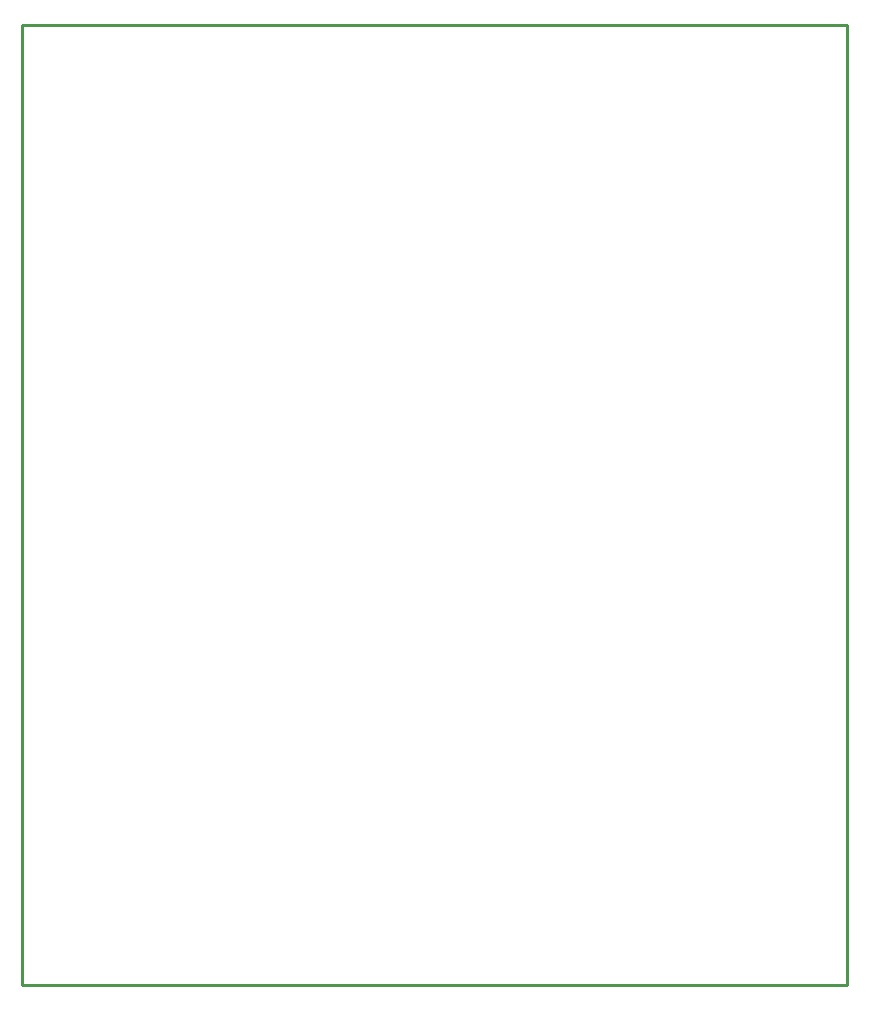
<source format=gbr>
G04 EAGLE Gerber RS-274X export*
G75*
%MOMM*%
%FSLAX34Y34*%
%LPD*%
%IN*%
%IPPOS*%
%AMOC8*
5,1,8,0,0,1.08239X$1,22.5*%
G01*
G04 Define Apertures*
%ADD10C,0.254000*%
D10*
X0Y0D02*
X698500Y0D01*
X698500Y812800D01*
X0Y812800D01*
X0Y0D01*
M02*

</source>
